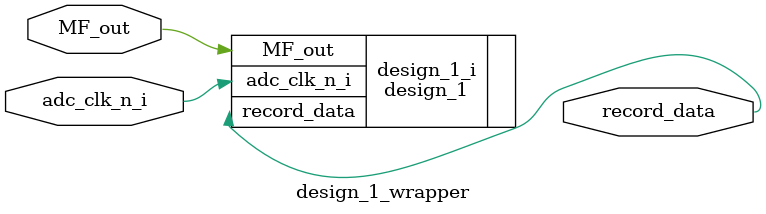
<source format=v>
`timescale 1 ps / 1 ps

module design_1_wrapper
   (MF_out,
    adc_clk_n_i,
    record_data);
  input MF_out;
  input adc_clk_n_i;
  output [0:0]record_data;

  wire MF_out;
  wire adc_clk_n_i;
  wire [0:0]record_data;

  design_1 design_1_i
       (.MF_out(MF_out),
        .adc_clk_n_i(adc_clk_n_i),
        .record_data(record_data));
endmodule

</source>
